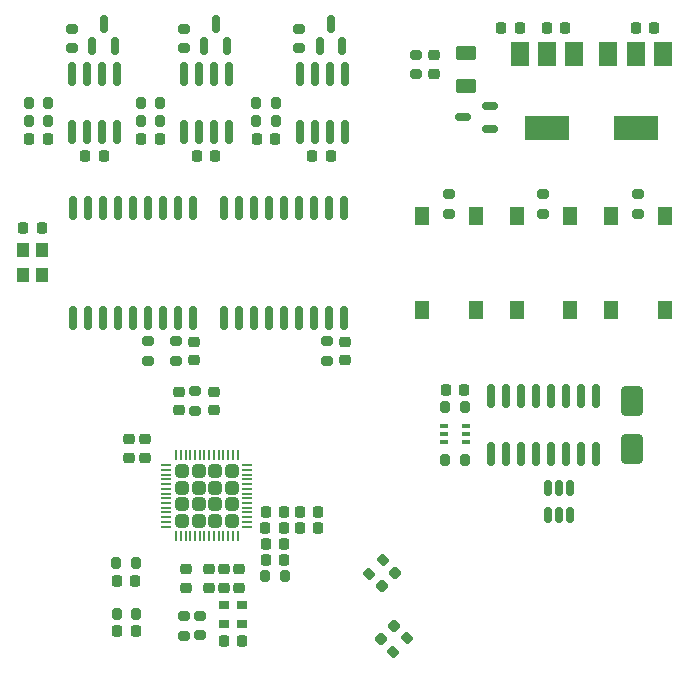
<source format=gbr>
%TF.GenerationSoftware,KiCad,Pcbnew,(7.0.0)*%
%TF.CreationDate,2023-06-27T20:49:59+12:00*%
%TF.ProjectId,VehicleVCU_PCB,56656869-636c-4655-9643-555f5043422e,rev?*%
%TF.SameCoordinates,Original*%
%TF.FileFunction,Paste,Top*%
%TF.FilePolarity,Positive*%
%FSLAX46Y46*%
G04 Gerber Fmt 4.6, Leading zero omitted, Abs format (unit mm)*
G04 Created by KiCad (PCBNEW (7.0.0)) date 2023-06-27 20:49:59*
%MOMM*%
%LPD*%
G01*
G04 APERTURE LIST*
G04 Aperture macros list*
%AMRoundRect*
0 Rectangle with rounded corners*
0 $1 Rounding radius*
0 $2 $3 $4 $5 $6 $7 $8 $9 X,Y pos of 4 corners*
0 Add a 4 corners polygon primitive as box body*
4,1,4,$2,$3,$4,$5,$6,$7,$8,$9,$2,$3,0*
0 Add four circle primitives for the rounded corners*
1,1,$1+$1,$2,$3*
1,1,$1+$1,$4,$5*
1,1,$1+$1,$6,$7*
1,1,$1+$1,$8,$9*
0 Add four rect primitives between the rounded corners*
20,1,$1+$1,$2,$3,$4,$5,0*
20,1,$1+$1,$4,$5,$6,$7,0*
20,1,$1+$1,$6,$7,$8,$9,0*
20,1,$1+$1,$8,$9,$2,$3,0*%
G04 Aperture macros list end*
%ADD10RoundRect,0.225000X-0.225000X-0.250000X0.225000X-0.250000X0.225000X0.250000X-0.225000X0.250000X0*%
%ADD11RoundRect,0.200000X0.200000X0.275000X-0.200000X0.275000X-0.200000X-0.275000X0.200000X-0.275000X0*%
%ADD12RoundRect,0.218750X0.218750X0.256250X-0.218750X0.256250X-0.218750X-0.256250X0.218750X-0.256250X0*%
%ADD13R,0.850000X0.650000*%
%ADD14RoundRect,0.200000X-0.053033X0.335876X-0.335876X0.053033X0.053033X-0.335876X0.335876X-0.053033X0*%
%ADD15R,1.300000X1.550000*%
%ADD16R,0.650000X0.400000*%
%ADD17RoundRect,0.150000X-0.150000X0.875000X-0.150000X-0.875000X0.150000X-0.875000X0.150000X0.875000X0*%
%ADD18RoundRect,0.150000X0.150000X-0.825000X0.150000X0.825000X-0.150000X0.825000X-0.150000X-0.825000X0*%
%ADD19RoundRect,0.200000X-0.275000X0.200000X-0.275000X-0.200000X0.275000X-0.200000X0.275000X0.200000X0*%
%ADD20RoundRect,0.225000X0.250000X-0.225000X0.250000X0.225000X-0.250000X0.225000X-0.250000X-0.225000X0*%
%ADD21RoundRect,0.225000X-0.250000X0.225000X-0.250000X-0.225000X0.250000X-0.225000X0.250000X0.225000X0*%
%ADD22RoundRect,0.200000X0.275000X-0.200000X0.275000X0.200000X-0.275000X0.200000X-0.275000X-0.200000X0*%
%ADD23RoundRect,0.218750X-0.218750X-0.256250X0.218750X-0.256250X0.218750X0.256250X-0.218750X0.256250X0*%
%ADD24RoundRect,0.150000X0.150000X-0.587500X0.150000X0.587500X-0.150000X0.587500X-0.150000X-0.587500X0*%
%ADD25RoundRect,0.150000X0.512500X0.150000X-0.512500X0.150000X-0.512500X-0.150000X0.512500X-0.150000X0*%
%ADD26RoundRect,0.250000X-0.625000X0.375000X-0.625000X-0.375000X0.625000X-0.375000X0.625000X0.375000X0*%
%ADD27RoundRect,0.200000X-0.200000X-0.275000X0.200000X-0.275000X0.200000X0.275000X-0.200000X0.275000X0*%
%ADD28RoundRect,0.225000X0.225000X0.250000X-0.225000X0.250000X-0.225000X-0.250000X0.225000X-0.250000X0*%
%ADD29R,1.100000X1.300000*%
%ADD30RoundRect,0.218750X0.026517X-0.335876X0.335876X-0.026517X-0.026517X0.335876X-0.335876X0.026517X0*%
%ADD31R,1.500000X2.000000*%
%ADD32R,3.800000X2.000000*%
%ADD33RoundRect,0.150000X0.150000X-0.512500X0.150000X0.512500X-0.150000X0.512500X-0.150000X-0.512500X0*%
%ADD34RoundRect,0.250000X-0.650000X1.000000X-0.650000X-1.000000X0.650000X-1.000000X0.650000X1.000000X0*%
%ADD35RoundRect,0.218750X0.256250X-0.218750X0.256250X0.218750X-0.256250X0.218750X-0.256250X-0.218750X0*%
%ADD36RoundRect,0.250000X0.315000X0.315000X-0.315000X0.315000X-0.315000X-0.315000X0.315000X-0.315000X0*%
%ADD37RoundRect,0.050000X0.387500X0.050000X-0.387500X0.050000X-0.387500X-0.050000X0.387500X-0.050000X0*%
%ADD38RoundRect,0.050000X0.050000X0.387500X-0.050000X0.387500X-0.050000X-0.387500X0.050000X-0.387500X0*%
G04 APERTURE END LIST*
D10*
%TO.C,C12*%
X174305000Y-85370000D03*
X175855000Y-85370000D03*
%TD*%
D11*
%TO.C,R1*%
X132007500Y-134958750D03*
X130357500Y-134958750D03*
%TD*%
D12*
%TO.C,FB1*%
X144537500Y-127740000D03*
X142962500Y-127740000D03*
%TD*%
D10*
%TO.C,C14*%
X122475000Y-102300000D03*
X124025000Y-102300000D03*
%TD*%
D13*
%TO.C,X1*%
X140984999Y-135884999D03*
X140984999Y-134234999D03*
X139434999Y-134234999D03*
X139434999Y-135884999D03*
%TD*%
D14*
%TO.C,R25*%
X154925059Y-137016262D03*
X153758333Y-138182988D03*
%TD*%
D15*
%TO.C,SW3*%
X160749999Y-101274999D03*
X160749999Y-109224999D03*
X156249999Y-101274999D03*
X156249999Y-109224999D03*
%TD*%
D16*
%TO.C,Q1*%
X158074999Y-119099999D03*
X158074999Y-119749999D03*
X158074999Y-120399999D03*
X159974999Y-120399999D03*
X159974999Y-119749999D03*
X159974999Y-119099999D03*
%TD*%
D11*
%TO.C,R6*%
X134075000Y-93250000D03*
X132425000Y-93250000D03*
%TD*%
D17*
%TO.C,U8*%
X136830000Y-100600000D03*
X135560000Y-100600000D03*
X134290000Y-100600000D03*
X133020000Y-100600000D03*
X131750000Y-100600000D03*
X130480000Y-100600000D03*
X129210000Y-100600000D03*
X127940000Y-100600000D03*
X126670000Y-100600000D03*
X126670000Y-109900000D03*
X127940000Y-109900000D03*
X129210000Y-109900000D03*
X130480000Y-109900000D03*
X131750000Y-109900000D03*
X133020000Y-109900000D03*
X134290000Y-109900000D03*
X135560000Y-109900000D03*
X136830000Y-109900000D03*
%TD*%
D18*
%TO.C,U5*%
X136095000Y-94225000D03*
X137365000Y-94225000D03*
X138635000Y-94225000D03*
X139905000Y-94225000D03*
X139905000Y-89275000D03*
X138635000Y-89275000D03*
X137365000Y-89275000D03*
X136095000Y-89275000D03*
%TD*%
D19*
%TO.C,R9*%
X148180000Y-111915000D03*
X148180000Y-113565000D03*
%TD*%
D20*
%TO.C,C2*%
X132770000Y-121775000D03*
X132770000Y-120225000D03*
%TD*%
D11*
%TO.C,R5*%
X159850000Y-117500000D03*
X158200000Y-117500000D03*
%TD*%
D21*
%TO.C,C17*%
X138150000Y-131210000D03*
X138150000Y-132760000D03*
%TD*%
D18*
%TO.C,U4*%
X126595000Y-94225000D03*
X127865000Y-94225000D03*
X129135000Y-94225000D03*
X130405000Y-94225000D03*
X130405000Y-89275000D03*
X129135000Y-89275000D03*
X127865000Y-89275000D03*
X126595000Y-89275000D03*
%TD*%
D20*
%TO.C,C9*%
X136920000Y-113525000D03*
X136920000Y-111975000D03*
%TD*%
D11*
%TO.C,R2*%
X144582500Y-131800000D03*
X142932500Y-131800000D03*
%TD*%
D22*
%TO.C,R19*%
X158500000Y-101100000D03*
X158500000Y-99450000D03*
%TD*%
%TO.C,R22*%
X136050000Y-136825000D03*
X136050000Y-135175000D03*
%TD*%
D23*
%TO.C,D6*%
X132462500Y-94750000D03*
X134037500Y-94750000D03*
%TD*%
%TO.C,D8*%
X122962500Y-94750000D03*
X124537500Y-94750000D03*
%TD*%
D24*
%TO.C,D5*%
X147550000Y-86937500D03*
X149450000Y-86937500D03*
X148500000Y-85062500D03*
%TD*%
D18*
%TO.C,U3*%
X162055000Y-121475000D03*
X163325000Y-121475000D03*
X164595000Y-121475000D03*
X165865000Y-121475000D03*
X167135000Y-121475000D03*
X168405000Y-121475000D03*
X169675000Y-121475000D03*
X170945000Y-121475000D03*
X170945000Y-116525000D03*
X169675000Y-116525000D03*
X168405000Y-116525000D03*
X167135000Y-116525000D03*
X165865000Y-116525000D03*
X164595000Y-116525000D03*
X163325000Y-116525000D03*
X162055000Y-116525000D03*
%TD*%
D22*
%TO.C,R3*%
X126590000Y-87095000D03*
X126590000Y-85445000D03*
%TD*%
D25*
%TO.C,Q2*%
X162000000Y-93900000D03*
X162000000Y-92000000D03*
X159725000Y-92950000D03*
%TD*%
D15*
%TO.C,SW2*%
X168749999Y-101274999D03*
X168749999Y-109224999D03*
X164249999Y-101274999D03*
X164249999Y-109224999D03*
%TD*%
D26*
%TO.C,F1*%
X159942500Y-87510000D03*
X159942500Y-90310000D03*
%TD*%
D27*
%TO.C,R11*%
X142175000Y-91750000D03*
X143825000Y-91750000D03*
%TD*%
D28*
%TO.C,C27*%
X140975000Y-137290000D03*
X139425000Y-137290000D03*
%TD*%
D10*
%TO.C,C25*%
X145865000Y-126390000D03*
X147415000Y-126390000D03*
%TD*%
D19*
%TO.C,R20*%
X155740000Y-87665000D03*
X155740000Y-89315000D03*
%TD*%
%TO.C,R23*%
X137380000Y-135165000D03*
X137380000Y-136815000D03*
%TD*%
D29*
%TO.C,X3*%
X122424999Y-104199999D03*
X122424999Y-106299999D03*
X124074999Y-106299999D03*
X124074999Y-104199999D03*
%TD*%
D22*
%TO.C,R10*%
X145840000Y-87095000D03*
X145840000Y-85445000D03*
%TD*%
D10*
%TO.C,C26*%
X145865000Y-127740000D03*
X147415000Y-127740000D03*
%TD*%
D20*
%TO.C,C1*%
X131420000Y-121775000D03*
X131420000Y-120225000D03*
%TD*%
D23*
%TO.C,D7*%
X142212500Y-94750000D03*
X143787500Y-94750000D03*
%TD*%
D30*
%TO.C,D12*%
X152724189Y-137095812D03*
X153837883Y-135982118D03*
%TD*%
D31*
%TO.C,U9*%
X176599999Y-87549999D03*
X174299999Y-87549999D03*
D32*
X174299999Y-93849999D03*
D31*
X171999999Y-87549999D03*
%TD*%
D10*
%TO.C,C5*%
X137175000Y-96250000D03*
X138725000Y-96250000D03*
%TD*%
D33*
%TO.C,U1*%
X166850000Y-126637500D03*
X167800000Y-126637500D03*
X168750000Y-126637500D03*
X168750000Y-124362500D03*
X167800000Y-124362500D03*
X166850000Y-124362500D03*
%TD*%
D31*
%TO.C,U10*%
X169099999Y-87549999D03*
X166799999Y-87549999D03*
D32*
X166799999Y-93849999D03*
D31*
X164499999Y-87549999D03*
%TD*%
D21*
%TO.C,C8*%
X136200000Y-131210000D03*
X136200000Y-132760000D03*
%TD*%
D11*
%TO.C,R16*%
X131994776Y-130718463D03*
X130344776Y-130718463D03*
%TD*%
D27*
%TO.C,R8*%
X122925000Y-91750000D03*
X124575000Y-91750000D03*
%TD*%
D34*
%TO.C,D1*%
X174000000Y-117000000D03*
X174000000Y-121000000D03*
%TD*%
D28*
%TO.C,C13*%
X164495000Y-85370000D03*
X162945000Y-85370000D03*
%TD*%
D20*
%TO.C,C24*%
X139435000Y-132760000D03*
X139435000Y-131210000D03*
%TD*%
D23*
%TO.C,D9*%
X130382276Y-132218463D03*
X131957276Y-132218463D03*
%TD*%
D20*
%TO.C,C7*%
X149680000Y-113515000D03*
X149680000Y-111965000D03*
%TD*%
D24*
%TO.C,D4*%
X137800000Y-86937500D03*
X139700000Y-86937500D03*
X138750000Y-85062500D03*
%TD*%
D10*
%TO.C,C10*%
X146925000Y-96250000D03*
X148475000Y-96250000D03*
%TD*%
D19*
%TO.C,R21*%
X137000000Y-116145000D03*
X137000000Y-117795000D03*
%TD*%
D10*
%TO.C,C3*%
X158250000Y-116000000D03*
X159800000Y-116000000D03*
%TD*%
D27*
%TO.C,R12*%
X132425000Y-91750000D03*
X134075000Y-91750000D03*
%TD*%
D10*
%TO.C,C28*%
X142982500Y-130450000D03*
X144532500Y-130450000D03*
%TD*%
D30*
%TO.C,D11*%
X152803813Y-132617507D03*
X153917507Y-131503813D03*
%TD*%
D22*
%TO.C,R7*%
X136100000Y-87085000D03*
X136100000Y-85435000D03*
%TD*%
D35*
%TO.C,D10*%
X157240000Y-89277500D03*
X157240000Y-87702500D03*
%TD*%
D11*
%TO.C,R15*%
X124575000Y-93250000D03*
X122925000Y-93250000D03*
%TD*%
D22*
%TO.C,R18*%
X166500000Y-101100000D03*
X166500000Y-99450000D03*
%TD*%
D15*
%TO.C,SW1*%
X176749999Y-101274999D03*
X176749999Y-109224999D03*
X172249999Y-101274999D03*
X172249999Y-109224999D03*
%TD*%
D20*
%TO.C,C16*%
X138590000Y-117755000D03*
X138590000Y-116205000D03*
%TD*%
D21*
%TO.C,C18*%
X140730000Y-131215000D03*
X140730000Y-132765000D03*
%TD*%
D19*
%TO.C,R13*%
X135420000Y-111925000D03*
X135420000Y-113575000D03*
%TD*%
D18*
%TO.C,U7*%
X145845000Y-94225000D03*
X147115000Y-94225000D03*
X148385000Y-94225000D03*
X149655000Y-94225000D03*
X149655000Y-89275000D03*
X148385000Y-89275000D03*
X147115000Y-89275000D03*
X145845000Y-89275000D03*
%TD*%
D10*
%TO.C,C11*%
X166795000Y-85370000D03*
X168345000Y-85370000D03*
%TD*%
%TO.C,C23*%
X142975000Y-126390000D03*
X144525000Y-126390000D03*
%TD*%
D23*
%TO.C,D2*%
X130395000Y-136458750D03*
X131970000Y-136458750D03*
%TD*%
D22*
%TO.C,R17*%
X174500000Y-101100000D03*
X174500000Y-99450000D03*
%TD*%
D11*
%TO.C,R14*%
X143825000Y-93250000D03*
X142175000Y-93250000D03*
%TD*%
D36*
%TO.C,U2*%
X140100000Y-127100000D03*
X140100000Y-125700000D03*
X140100000Y-124300000D03*
X140100000Y-122900000D03*
X138700000Y-127100000D03*
X138700000Y-125700000D03*
X138700000Y-124300000D03*
X138700000Y-122900000D03*
X137300000Y-127100000D03*
X137300000Y-125700000D03*
X137300000Y-124300000D03*
X137300000Y-122900000D03*
X135900000Y-127100000D03*
X135900000Y-125700000D03*
X135900000Y-124300000D03*
X135900000Y-122900000D03*
D37*
X141437500Y-127600000D03*
X141437500Y-127200000D03*
X141437500Y-126800000D03*
X141437500Y-126400000D03*
X141437500Y-126000000D03*
X141437500Y-125600000D03*
X141437500Y-125200000D03*
X141437500Y-124800000D03*
X141437500Y-124400000D03*
X141437500Y-124000000D03*
X141437500Y-123600000D03*
X141437500Y-123200000D03*
X141437500Y-122800000D03*
X141437500Y-122400000D03*
D38*
X140600000Y-121562500D03*
X140200000Y-121562500D03*
X139800000Y-121562500D03*
X139400000Y-121562500D03*
X139000000Y-121562500D03*
X138600000Y-121562500D03*
X138200000Y-121562500D03*
X137800000Y-121562500D03*
X137400000Y-121562500D03*
X137000000Y-121562500D03*
X136600000Y-121562500D03*
X136200000Y-121562500D03*
X135800000Y-121562500D03*
X135400000Y-121562500D03*
D37*
X134562500Y-122400000D03*
X134562500Y-122800000D03*
X134562500Y-123200000D03*
X134562500Y-123600000D03*
X134562500Y-124000000D03*
X134562500Y-124400000D03*
X134562500Y-124800000D03*
X134562500Y-125200000D03*
X134562500Y-125600000D03*
X134562500Y-126000000D03*
X134562500Y-126400000D03*
X134562500Y-126800000D03*
X134562500Y-127200000D03*
X134562500Y-127600000D03*
D38*
X135400000Y-128437500D03*
X135800000Y-128437500D03*
X136200000Y-128437500D03*
X136600000Y-128437500D03*
X137000000Y-128437500D03*
X137400000Y-128437500D03*
X137800000Y-128437500D03*
X138200000Y-128437500D03*
X138600000Y-128437500D03*
X139000000Y-128437500D03*
X139400000Y-128437500D03*
X139800000Y-128437500D03*
X140200000Y-128437500D03*
X140600000Y-128437500D03*
%TD*%
D20*
%TO.C,C15*%
X135650000Y-117745000D03*
X135650000Y-116195000D03*
%TD*%
D14*
%TO.C,R24*%
X152883363Y-130416637D03*
X151716637Y-131583363D03*
%TD*%
D22*
%TO.C,R26*%
X133010000Y-113575000D03*
X133010000Y-111925000D03*
%TD*%
D10*
%TO.C,C6*%
X142977500Y-129100000D03*
X144527500Y-129100000D03*
%TD*%
D17*
%TO.C,U6*%
X149580000Y-100600000D03*
X148310000Y-100600000D03*
X147040000Y-100600000D03*
X145770000Y-100600000D03*
X144500000Y-100600000D03*
X143230000Y-100600000D03*
X141960000Y-100600000D03*
X140690000Y-100600000D03*
X139420000Y-100600000D03*
X139420000Y-109900000D03*
X140690000Y-109900000D03*
X141960000Y-109900000D03*
X143230000Y-109900000D03*
X144500000Y-109900000D03*
X145770000Y-109900000D03*
X147040000Y-109900000D03*
X148310000Y-109900000D03*
X149580000Y-109900000D03*
%TD*%
D24*
%TO.C,D3*%
X128300000Y-86937500D03*
X130200000Y-86937500D03*
X129250000Y-85062500D03*
%TD*%
D27*
%TO.C,R4*%
X158200000Y-122000000D03*
X159850000Y-122000000D03*
%TD*%
D10*
%TO.C,C4*%
X127725000Y-96230000D03*
X129275000Y-96230000D03*
%TD*%
M02*

</source>
